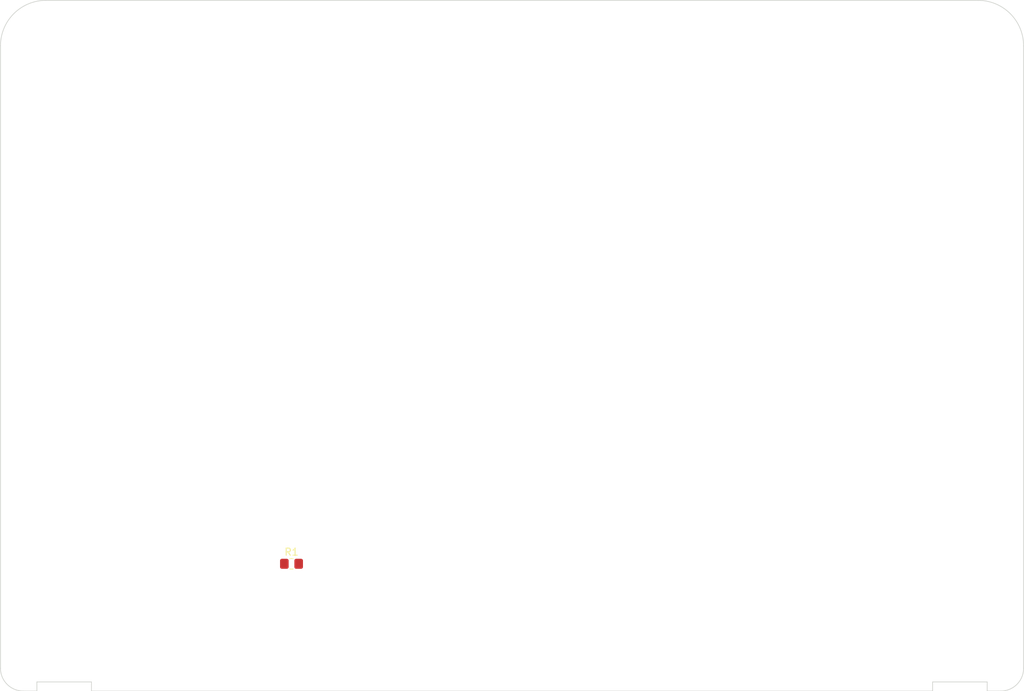
<source format=kicad_pcb>
(kicad_pcb (version 20221018) (generator pcbnew)
  (layers (0 "F.Cu" signal) (31 "B.Cu" signal) (34 "B.Paste" user) (35 "F.Paste" user) (36 "B.SilkS" user "B.Silkscreen") (37 "F.SilkS" user "F.Silkscreen") (38 "B.Mask" user) (39 "F.Mask" user) (44 "Edge.Cuts" user))
  (net 0 "")
  (net 1 "VCC")
  (net 2 "GND")
  (footprint "MountingHole:MountingHole_125mil" (layer "F.Cu") (at 88.138 60.96)
    (fp_text reference "H2" hide)
    (fp_text value "MountingHole")
    (pad "" np_thru_hole circle (at 0 0) (size 3.175 3.175) (drill 3.175) (layers "F&B.Cu" "*.Mask"))
  )
  (footprint "MountingHole:MountingHole_125mil" (layer "F.Cu") (at 81.28 60.96)
    (fp_text reference "H1" hide)
    (fp_text value "MountingHole")
    (pad "" np_thru_hole circle (at 0 0) (size 3.175 3.175) (drill 3.175) (layers "F&B.Cu" "*.Mask"))
  )
  (footprint "Resistor_SMD:R_0805_2012Metric_Pad1.20x1.40mm_HandSolder" (layer "F.Cu") (at 116.84 134.62)
    (fp_text reference "R1" (at 0 -1.65) (layer "F.SilkS"))
    (fp_text value "R")
    (fp_line (start -0.227064 -0.735) (end 0.227064 -0.735) (stroke (width 0.12)) (layer "F.SilkS"))
    (fp_line (start -0.227064 0.735) (end 0.227064 0.735) (stroke (width 0.12)) (layer "F.SilkS"))
    (pad "1" smd roundrect (at -1 0) (size 1.2 1.4) (layers "F.Cu" "F.Paste" "F.Mask") (roundrect_rratio 0.208333) (net 1 "VCC"))
    (pad "2" smd roundrect (at 1 0) (size 1.2 1.4) (layers "F.Cu" "F.Paste" "F.Mask") (roundrect_rratio 0.208333) (net 2 "GND"))
  )
  (footprint "MountingHole:MountingHole_125mil" (layer "F.Cu") (at 207.137 60.96)
    (fp_text reference "H3" hide)
    (fp_text value "MountingHole")
    (pad "" np_thru_hole circle (at 0 0) (size 3.175 3.175) (drill 3.175) (layers "F&B.Cu" "*.Mask"))
  )
  (footprint "MountingHole:MountingHole_125mil" (layer "F.Cu") (at 213.995 60.96)
    (fp_text reference "H4" hide)
    (fp_text value "MountingHole")
    (pad "" np_thru_hole circle (at 0 0) (size 3.175 3.175) (drill 3.175) (layers "F&B.Cu" "*.Mask"))
  )
  (gr_line (start 81.28 151.13) (end 81.28 152.4) (stroke (width 0.1)) (layer "Edge.Cuts"))
  (gr_line (start 206.375 151.13) (end 206.375 152.4) (stroke (width 0.1)) (layer "Edge.Cuts"))
  (gr_line (start 82.55 55.88) (end 212.725 55.88) (stroke (width 0.1)) (layer "Edge.Cuts"))
  (gr_arc (start 79.375 152.4) (mid 77.129936 151.470064) (end 76.2 149.225) (stroke (width 0.1)) (layer "Edge.Cuts"))
  (gr_line (start 213.995 152.4) (end 213.995 151.13) (stroke (width 0.1)) (layer "Edge.Cuts"))
  (gr_line (start 213.995 152.4) (end 215.9 152.4) (stroke (width 0.1)) (layer "Edge.Cuts"))
  (gr_line (start 79.375 152.4) (end 81.28 152.4) (stroke (width 0.1)) (layer "Edge.Cuts"))
  (gr_line (start 213.995 151.13) (end 206.375 151.13) (stroke (width 0.1)) (layer "Edge.Cuts"))
  (gr_line (start 219.075 62.23) (end 219.075 149.225) (stroke (width 0.1)) (layer "Edge.Cuts"))
  (gr_arc (start 212.725 55.88) (mid 217.215128 57.739872) (end 219.075 62.23) (stroke (width 0.1)) (layer "Edge.Cuts"))
  (gr_line (start 88.9 151.13) (end 88.9 152.4) (stroke (width 0.1)) (layer "Edge.Cuts"))
  (gr_line (start 76.2 149.225) (end 76.2 62.23) (stroke (width 0.1)) (layer "Edge.Cuts"))
  (gr_line (start 206.375 152.4) (end 88.9 152.4) (stroke (width 0.1)) (layer "Edge.Cuts"))
  (gr_line (start 81.28 151.13) (end 88.9 151.13) (stroke (width 0.1)) (layer "Edge.Cuts"))
  (gr_arc (start 76.2 62.23) (mid 78.059872 57.739872) (end 82.55 55.88) (stroke (width 0.1)) (layer "Edge.Cuts"))
  (gr_arc (start 219.075 149.225) (mid 218.145064 151.470064) (end 215.9 152.4) (stroke (width 0.1)) (layer "Edge.Cuts"))
)
</source>
